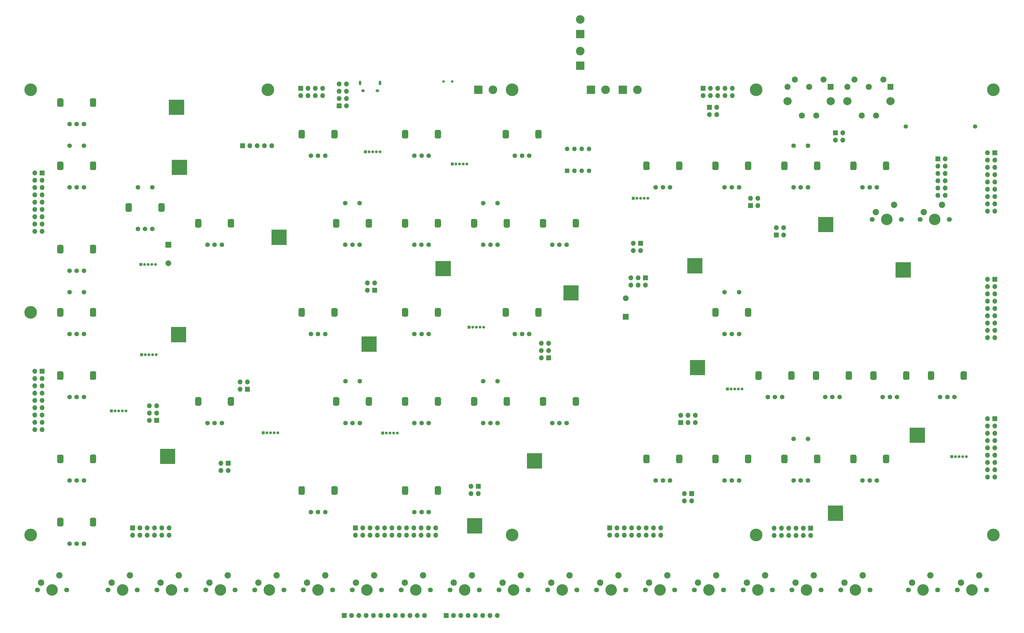
<source format=gbr>
%TF.GenerationSoftware,KiCad,Pcbnew,(5.1.9-0-10_14)*%
%TF.CreationDate,2021-03-15T08:17:51+11:00*%
%TF.ProjectId,Boom-1-Top,426f6f6d-2d31-42d5-946f-702e6b696361,rev?*%
%TF.SameCoordinates,Original*%
%TF.FileFunction,Soldermask,Bot*%
%TF.FilePolarity,Negative*%
%FSLAX46Y46*%
G04 Gerber Fmt 4.6, Leading zero omitted, Abs format (unit mm)*
G04 Created by KiCad (PCBNEW (5.1.9-0-10_14)) date 2021-03-15 08:17:51*
%MOMM*%
%LPD*%
G01*
G04 APERTURE LIST*
%ADD10C,0.100000*%
%ADD11C,1.449000*%
%ADD12C,1.600200*%
%ADD13O,1.600000X1.600000*%
%ADD14R,1.600000X1.600000*%
%ADD15O,1.700000X1.700000*%
%ADD16R,1.700000X1.700000*%
%ADD17C,0.900000*%
%ADD18C,1.700000*%
%ADD19C,4.000000*%
%ADD20C,2.200000*%
%ADD21C,4.400000*%
%ADD22C,3.000000*%
%ADD23R,3.000000X3.000000*%
%ADD24R,2.000000X2.000000*%
%ADD25C,2.000000*%
%ADD26O,1.000000X1.000000*%
%ADD27R,1.000000X1.000000*%
%ADD28C,1.500000*%
%ADD29O,1.250000X0.950000*%
%ADD30O,0.890000X1.550000*%
%ADD31C,2.100000*%
%ADD32R,2.100000X2.100000*%
%ADD33C,2.390000*%
G04 APERTURE END LIST*
D10*
G36*
X442700000Y-175000000D02*
G01*
X437500000Y-175000000D01*
X437500000Y-169800000D01*
X442700000Y-169800000D01*
X442700000Y-175000000D01*
G37*
X442700000Y-175000000D02*
X437500000Y-175000000D01*
X437500000Y-169800000D01*
X442700000Y-169800000D01*
X442700000Y-175000000D01*
G36*
X415750000Y-159200000D02*
G01*
X410550000Y-159200000D01*
X410550000Y-154000000D01*
X415750000Y-154000000D01*
X415750000Y-159200000D01*
G37*
X415750000Y-159200000D02*
X410550000Y-159200000D01*
X410550000Y-154000000D01*
X415750000Y-154000000D01*
X415750000Y-159200000D01*
G36*
X370200000Y-173550000D02*
G01*
X365000000Y-173550000D01*
X365000000Y-168350000D01*
X370200000Y-168350000D01*
X370200000Y-173550000D01*
G37*
X370200000Y-173550000D02*
X365000000Y-173550000D01*
X365000000Y-168350000D01*
X370200000Y-168350000D01*
X370200000Y-173550000D01*
G36*
X371100000Y-209000000D02*
G01*
X365900000Y-209000000D01*
X365900000Y-203800000D01*
X371100000Y-203800000D01*
X371100000Y-209000000D01*
G37*
X371100000Y-209000000D02*
X365900000Y-209000000D01*
X365900000Y-203800000D01*
X371100000Y-203800000D01*
X371100000Y-209000000D01*
G36*
X447600000Y-232500000D02*
G01*
X442400000Y-232500000D01*
X442400000Y-227300000D01*
X447600000Y-227300000D01*
X447600000Y-232500000D01*
G37*
X447600000Y-232500000D02*
X442400000Y-232500000D01*
X442400000Y-227300000D01*
X447600000Y-227300000D01*
X447600000Y-232500000D01*
G36*
X419100000Y-259650000D02*
G01*
X413900000Y-259650000D01*
X413900000Y-254450000D01*
X419100000Y-254450000D01*
X419100000Y-259650000D01*
G37*
X419100000Y-259650000D02*
X413900000Y-259650000D01*
X413900000Y-254450000D01*
X419100000Y-254450000D01*
X419100000Y-259650000D01*
G36*
X293550000Y-264050000D02*
G01*
X288350000Y-264050000D01*
X288350000Y-258850000D01*
X293550000Y-258850000D01*
X293550000Y-264050000D01*
G37*
X293550000Y-264050000D02*
X288350000Y-264050000D01*
X288350000Y-258850000D01*
X293550000Y-258850000D01*
X293550000Y-264050000D01*
G36*
X314400000Y-241450000D02*
G01*
X309200000Y-241450000D01*
X309200000Y-236250000D01*
X314400000Y-236250000D01*
X314400000Y-241450000D01*
G37*
X314400000Y-241450000D02*
X309200000Y-241450000D01*
X309200000Y-236250000D01*
X314400000Y-236250000D01*
X314400000Y-241450000D01*
G36*
X327100000Y-183000000D02*
G01*
X321900000Y-183000000D01*
X321900000Y-177800000D01*
X327100000Y-177800000D01*
X327100000Y-183000000D01*
G37*
X327100000Y-183000000D02*
X321900000Y-183000000D01*
X321900000Y-177800000D01*
X327100000Y-177800000D01*
X327100000Y-183000000D01*
G36*
X282600000Y-174500000D02*
G01*
X277400000Y-174500000D01*
X277400000Y-169300000D01*
X282600000Y-169300000D01*
X282600000Y-174500000D01*
G37*
X282600000Y-174500000D02*
X277400000Y-174500000D01*
X277400000Y-169300000D01*
X282600000Y-169300000D01*
X282600000Y-174500000D01*
G36*
X225500000Y-163650000D02*
G01*
X220300000Y-163650000D01*
X220300000Y-158450000D01*
X225500000Y-158450000D01*
X225500000Y-163650000D01*
G37*
X225500000Y-163650000D02*
X220300000Y-163650000D01*
X220300000Y-158450000D01*
X225500000Y-158450000D01*
X225500000Y-163650000D01*
G36*
X256800000Y-200800000D02*
G01*
X251600000Y-200800000D01*
X251600000Y-195600000D01*
X256800000Y-195600000D01*
X256800000Y-200800000D01*
G37*
X256800000Y-200800000D02*
X251600000Y-200800000D01*
X251600000Y-195600000D01*
X256800000Y-195600000D01*
X256800000Y-200800000D01*
G36*
X186700000Y-239900000D02*
G01*
X181500000Y-239900000D01*
X181500000Y-234700000D01*
X186700000Y-234700000D01*
X186700000Y-239900000D01*
G37*
X186700000Y-239900000D02*
X181500000Y-239900000D01*
X181500000Y-234700000D01*
X186700000Y-234700000D01*
X186700000Y-239900000D01*
G36*
X190500000Y-197500000D02*
G01*
X185300000Y-197500000D01*
X185300000Y-192300000D01*
X190500000Y-192300000D01*
X190500000Y-197500000D01*
G37*
X190500000Y-197500000D02*
X185300000Y-197500000D01*
X185300000Y-192300000D01*
X190500000Y-192300000D01*
X190500000Y-197500000D01*
G36*
X190800000Y-139300000D02*
G01*
X185600000Y-139300000D01*
X185600000Y-134100000D01*
X190800000Y-134100000D01*
X190800000Y-139300000D01*
G37*
X190800000Y-139300000D02*
X185600000Y-139300000D01*
X185600000Y-134100000D01*
X190800000Y-134100000D01*
X190800000Y-139300000D01*
G36*
X189800000Y-118400000D02*
G01*
X184600000Y-118400000D01*
X184600000Y-113200000D01*
X189800000Y-113200000D01*
X189800000Y-118400000D01*
G37*
X189800000Y-118400000D02*
X184600000Y-118400000D01*
X184600000Y-113200000D01*
X189800000Y-113200000D01*
X189800000Y-118400000D01*
D11*
%TO.C,J3*%
X436429500Y-113700000D02*
G75*
G03*
X436429500Y-113700000I-724500J0D01*
G01*
X421419500Y-113700000D02*
G75*
G03*
X421419500Y-113700000I-724500J0D01*
G01*
%TO.C,J2*%
X415629500Y-113700000D02*
G75*
G03*
X415629500Y-113700000I-724500J0D01*
G01*
X400619500Y-113700000D02*
G75*
G03*
X400619500Y-113700000I-724500J0D01*
G01*
%TD*%
%TO.C,SW2*%
G36*
G01*
X157100000Y-137150000D02*
X157100000Y-135250000D01*
G75*
G02*
X157650000Y-134700000I550000J0D01*
G01*
X158750000Y-134700000D01*
G75*
G02*
X159300000Y-135250000I0J-550000D01*
G01*
X159300000Y-137150000D01*
G75*
G02*
X158750000Y-137700000I-550000J0D01*
G01*
X157650000Y-137700000D01*
G75*
G02*
X157100000Y-137150000I0J550000D01*
G01*
G37*
G36*
G01*
X145700000Y-137150000D02*
X145700000Y-135250000D01*
G75*
G02*
X146250000Y-134700000I550000J0D01*
G01*
X147350000Y-134700000D01*
G75*
G02*
X147900000Y-135250000I0J-550000D01*
G01*
X147900000Y-137150000D01*
G75*
G02*
X147350000Y-137700000I-550000J0D01*
G01*
X146250000Y-137700000D01*
G75*
G02*
X145700000Y-137150000I0J550000D01*
G01*
G37*
D12*
X150000000Y-129200000D03*
X155000000Y-129200000D03*
X155000000Y-143700000D03*
X152500000Y-143700000D03*
X150000000Y-143700000D03*
%TD*%
%TO.C,SW1*%
G36*
G01*
X157100000Y-115140000D02*
X157100000Y-113240000D01*
G75*
G02*
X157650000Y-112690000I550000J0D01*
G01*
X158750000Y-112690000D01*
G75*
G02*
X159300000Y-113240000I0J-550000D01*
G01*
X159300000Y-115140000D01*
G75*
G02*
X158750000Y-115690000I-550000J0D01*
G01*
X157650000Y-115690000D01*
G75*
G02*
X157100000Y-115140000I0J550000D01*
G01*
G37*
G36*
G01*
X145700000Y-115150000D02*
X145700000Y-113250000D01*
G75*
G02*
X146250000Y-112700000I550000J0D01*
G01*
X147350000Y-112700000D01*
G75*
G02*
X147900000Y-113250000I0J-550000D01*
G01*
X147900000Y-115150000D01*
G75*
G02*
X147350000Y-115700000I-550000J0D01*
G01*
X146250000Y-115700000D01*
G75*
G02*
X145700000Y-115150000I0J550000D01*
G01*
G37*
X150000000Y-121700000D03*
X152500000Y-121700000D03*
X155000000Y-121700000D03*
%TD*%
D13*
%TO.C,U57*%
X323200000Y-130280000D03*
X330820000Y-137900000D03*
X325740000Y-130280000D03*
X328280000Y-137900000D03*
X328280000Y-130280000D03*
X325740000Y-137900000D03*
X330820000Y-130280000D03*
D14*
X323200000Y-137900000D03*
%TD*%
D15*
%TO.C,J53*%
X220360000Y-129200000D03*
X217820000Y-129200000D03*
X215280000Y-129200000D03*
X212740000Y-129200000D03*
D16*
X210200000Y-129200000D03*
%TD*%
D17*
%TO.C,SW63*%
X280200000Y-106870000D03*
X283200000Y-106870000D03*
%TD*%
D15*
%TO.C,J52*%
X454740000Y-146500000D03*
X452200000Y-146500000D03*
X454740000Y-143960000D03*
X452200000Y-143960000D03*
X454740000Y-141420000D03*
X452200000Y-141420000D03*
X454740000Y-138880000D03*
X452200000Y-138880000D03*
X454740000Y-136340000D03*
X452200000Y-136340000D03*
X454740000Y-133800000D03*
D16*
X452200000Y-133800000D03*
%TD*%
D15*
%TO.C,J51*%
X367780000Y-223060000D03*
X367780000Y-225600000D03*
X365240000Y-223060000D03*
X365240000Y-225600000D03*
X362700000Y-223060000D03*
D16*
X362700000Y-225600000D03*
%TD*%
D15*
%TO.C,J50*%
X345320000Y-177740000D03*
X345320000Y-175200000D03*
X347860000Y-177740000D03*
X347860000Y-175200000D03*
X350400000Y-177740000D03*
D16*
X350400000Y-175200000D03*
%TD*%
D15*
%TO.C,J49*%
X314160000Y-197920000D03*
X316700000Y-197920000D03*
X314160000Y-200460000D03*
X316700000Y-200460000D03*
X314160000Y-203000000D03*
D16*
X316700000Y-203000000D03*
%TD*%
D15*
%TO.C,J48*%
X419140000Y-127240000D03*
X416600000Y-127240000D03*
X419140000Y-124700000D03*
D16*
X416600000Y-124700000D03*
%TD*%
D15*
%TO.C,J47*%
X395200000Y-264840000D03*
X395200000Y-262300000D03*
X397740000Y-264840000D03*
X397740000Y-262300000D03*
X400280000Y-264840000D03*
X400280000Y-262300000D03*
X402820000Y-264840000D03*
X402820000Y-262300000D03*
X405360000Y-264840000D03*
X405360000Y-262300000D03*
X407900000Y-264840000D03*
D16*
X407900000Y-262300000D03*
%TD*%
D15*
%TO.C,J36*%
X177760000Y-219720000D03*
X180300000Y-219720000D03*
X177760000Y-222260000D03*
X180300000Y-222260000D03*
X177760000Y-224800000D03*
D16*
X180300000Y-224800000D03*
%TD*%
D15*
%TO.C,J25*%
X209360000Y-211460000D03*
X209360000Y-214000000D03*
X211900000Y-211460000D03*
D16*
X211900000Y-214000000D03*
%TD*%
D15*
%TO.C,J31*%
X253700000Y-176960000D03*
X253700000Y-179500000D03*
X256240000Y-176960000D03*
D16*
X256240000Y-179500000D03*
%TD*%
D18*
%TO.C,SW51*%
X258590000Y-283780000D03*
X248430000Y-283780000D03*
D19*
X253510000Y-283780000D03*
D20*
X249700000Y-281240000D03*
X256050000Y-278700000D03*
%TD*%
D15*
%TO.C,J35*%
X389540000Y-147460000D03*
X387000000Y-147460000D03*
X389540000Y-150000000D03*
D16*
X387000000Y-150000000D03*
%TD*%
D15*
%TO.C,J34*%
X398540000Y-157760000D03*
X396000000Y-157760000D03*
X398540000Y-160300000D03*
D16*
X396000000Y-160300000D03*
%TD*%
D15*
%TO.C,J33*%
X363960000Y-252840000D03*
X366500000Y-252840000D03*
X363960000Y-250300000D03*
D16*
X366500000Y-250300000D03*
%TD*%
D15*
%TO.C,J32*%
X346160000Y-165740000D03*
X348700000Y-165740000D03*
X346160000Y-163200000D03*
D16*
X348700000Y-163200000D03*
%TD*%
D15*
%TO.C,J30*%
X202660000Y-242240000D03*
X205200000Y-242240000D03*
X202660000Y-239700000D03*
D16*
X205200000Y-239700000D03*
%TD*%
D15*
%TO.C,J29*%
X289760000Y-250300000D03*
X292300000Y-250300000D03*
X289760000Y-247760000D03*
D16*
X292300000Y-247760000D03*
%TD*%
D15*
%TO.C,J28*%
X273540000Y-292700000D03*
X271000000Y-292700000D03*
X268460000Y-292700000D03*
X265920000Y-292700000D03*
X263380000Y-292700000D03*
X260840000Y-292700000D03*
X258300000Y-292700000D03*
X255760000Y-292700000D03*
X253220000Y-292700000D03*
X250680000Y-292700000D03*
X248140000Y-292700000D03*
D16*
X245600000Y-292700000D03*
%TD*%
D15*
%TO.C,J27*%
X298880000Y-292700000D03*
X296340000Y-292700000D03*
X293800000Y-292700000D03*
X291260000Y-292700000D03*
X288720000Y-292700000D03*
X286180000Y-292700000D03*
X283640000Y-292700000D03*
D16*
X281100000Y-292700000D03*
%TD*%
D15*
%TO.C,J26*%
X375240000Y-118340000D03*
X375240000Y-115800000D03*
X372700000Y-118340000D03*
D16*
X372700000Y-115800000D03*
%TD*%
D15*
%TO.C,J24*%
X246400000Y-107700000D03*
X243860000Y-107700000D03*
X246400000Y-110240000D03*
X243860000Y-110240000D03*
X246400000Y-112780000D03*
X243860000Y-112780000D03*
X246400000Y-115320000D03*
D16*
X243860000Y-115320000D03*
%TD*%
D18*
%TO.C,SW62*%
X456220000Y-154890000D03*
X446060000Y-154890000D03*
D19*
X451140000Y-154890000D03*
D20*
X447330000Y-152350000D03*
X453680000Y-149810000D03*
%TD*%
D18*
%TO.C,SW61*%
X439540000Y-154890000D03*
X429380000Y-154890000D03*
D19*
X434460000Y-154890000D03*
D20*
X430650000Y-152350000D03*
X437000000Y-149810000D03*
%TD*%
D18*
%TO.C,SW60*%
X469120000Y-283780000D03*
X458960000Y-283780000D03*
D19*
X464040000Y-283780000D03*
D20*
X460230000Y-281240000D03*
X466580000Y-278700000D03*
%TD*%
D18*
%TO.C,SW59*%
X149040000Y-283780000D03*
X138880000Y-283780000D03*
D19*
X143960000Y-283780000D03*
D20*
X140150000Y-281240000D03*
X146500000Y-278700000D03*
%TD*%
D18*
%TO.C,SW58*%
X452120000Y-283780000D03*
X441960000Y-283780000D03*
D19*
X447040000Y-283780000D03*
D20*
X443230000Y-281240000D03*
X449580000Y-278700000D03*
%TD*%
D18*
%TO.C,SW57*%
X428590000Y-283780000D03*
X418430000Y-283780000D03*
D19*
X423510000Y-283780000D03*
D20*
X419700000Y-281240000D03*
X426050000Y-278700000D03*
%TD*%
D18*
%TO.C,SW56*%
X292590000Y-283780000D03*
X282430000Y-283780000D03*
D19*
X287510000Y-283780000D03*
D20*
X283700000Y-281240000D03*
X290050000Y-278700000D03*
%TD*%
D18*
%TO.C,SW55*%
X411590000Y-283780000D03*
X401430000Y-283780000D03*
D19*
X406510000Y-283780000D03*
D20*
X402700000Y-281240000D03*
X409050000Y-278700000D03*
%TD*%
D18*
%TO.C,SW54*%
X275590000Y-283780000D03*
X265430000Y-283780000D03*
D19*
X270510000Y-283780000D03*
D20*
X266700000Y-281240000D03*
X273050000Y-278700000D03*
%TD*%
D18*
%TO.C,SW52*%
X394590000Y-283780000D03*
X384430000Y-283780000D03*
D19*
X389510000Y-283780000D03*
D20*
X385700000Y-281240000D03*
X392050000Y-278700000D03*
%TD*%
D18*
%TO.C,SW50*%
X377590000Y-283780000D03*
X367430000Y-283780000D03*
D19*
X372510000Y-283780000D03*
D20*
X368700000Y-281240000D03*
X375050000Y-278700000D03*
%TD*%
D18*
%TO.C,SW49*%
X241590000Y-283780000D03*
X231430000Y-283780000D03*
D19*
X236510000Y-283780000D03*
D20*
X232700000Y-281240000D03*
X239050000Y-278700000D03*
%TD*%
D18*
%TO.C,SW48*%
X360590000Y-283780000D03*
X350430000Y-283780000D03*
D19*
X355510000Y-283780000D03*
D20*
X351700000Y-281240000D03*
X358050000Y-278700000D03*
%TD*%
D18*
%TO.C,SW47*%
X224590000Y-283780000D03*
X214430000Y-283780000D03*
D19*
X219510000Y-283780000D03*
D20*
X215700000Y-281240000D03*
X222050000Y-278700000D03*
%TD*%
D18*
%TO.C,SW46*%
X343590000Y-283780000D03*
X333430000Y-283780000D03*
D19*
X338510000Y-283780000D03*
D20*
X334700000Y-281240000D03*
X341050000Y-278700000D03*
%TD*%
D18*
%TO.C,SW45*%
X207590000Y-283780000D03*
X197430000Y-283780000D03*
D19*
X202510000Y-283780000D03*
D20*
X198700000Y-281240000D03*
X205050000Y-278700000D03*
%TD*%
D18*
%TO.C,SW44*%
X326590000Y-283780000D03*
X316430000Y-283780000D03*
D19*
X321510000Y-283780000D03*
D20*
X317700000Y-281240000D03*
X324050000Y-278700000D03*
%TD*%
D18*
%TO.C,SW42*%
X190590000Y-283780000D03*
X180430000Y-283780000D03*
D19*
X185510000Y-283780000D03*
D20*
X181700000Y-281240000D03*
X188050000Y-278700000D03*
%TD*%
D18*
%TO.C,SW9*%
X309590000Y-283780000D03*
X299430000Y-283780000D03*
D19*
X304510000Y-283780000D03*
D20*
X300700000Y-281240000D03*
X307050000Y-278700000D03*
%TD*%
D18*
%TO.C,SW8*%
X173590000Y-283780000D03*
X163430000Y-283780000D03*
D19*
X168510000Y-283780000D03*
D20*
X164700000Y-281240000D03*
X171050000Y-278700000D03*
%TD*%
%TO.C,SW12*%
G36*
G01*
X241100000Y-126140000D02*
X241100000Y-124240000D01*
G75*
G02*
X241650000Y-123690000I550000J0D01*
G01*
X242750000Y-123690000D01*
G75*
G02*
X243300000Y-124240000I0J-550000D01*
G01*
X243300000Y-126140000D01*
G75*
G02*
X242750000Y-126690000I-550000J0D01*
G01*
X241650000Y-126690000D01*
G75*
G02*
X241100000Y-126140000I0J550000D01*
G01*
G37*
G36*
G01*
X229700000Y-126150000D02*
X229700000Y-124250000D01*
G75*
G02*
X230250000Y-123700000I550000J0D01*
G01*
X231350000Y-123700000D01*
G75*
G02*
X231900000Y-124250000I0J-550000D01*
G01*
X231900000Y-126150000D01*
G75*
G02*
X231350000Y-126700000I-550000J0D01*
G01*
X230250000Y-126700000D01*
G75*
G02*
X229700000Y-126150000I0J550000D01*
G01*
G37*
D12*
X234000000Y-132700000D03*
X236500000Y-132700000D03*
X239000000Y-132700000D03*
%TD*%
%TO.C,SW36*%
G36*
G01*
X409090000Y-137160000D02*
X409090000Y-135260000D01*
G75*
G02*
X409640000Y-134710000I550000J0D01*
G01*
X410740000Y-134710000D01*
G75*
G02*
X411290000Y-135260000I0J-550000D01*
G01*
X411290000Y-137160000D01*
G75*
G02*
X410740000Y-137710000I-550000J0D01*
G01*
X409640000Y-137710000D01*
G75*
G02*
X409090000Y-137160000I0J550000D01*
G01*
G37*
G36*
G01*
X397690000Y-137160000D02*
X397690000Y-135260000D01*
G75*
G02*
X398240000Y-134710000I550000J0D01*
G01*
X399340000Y-134710000D01*
G75*
G02*
X399890000Y-135260000I0J-550000D01*
G01*
X399890000Y-137160000D01*
G75*
G02*
X399340000Y-137710000I-550000J0D01*
G01*
X398240000Y-137710000D01*
G75*
G02*
X397690000Y-137160000I0J550000D01*
G01*
G37*
X401990000Y-129210000D03*
X406990000Y-129210000D03*
X406990000Y-143710000D03*
X404490000Y-143710000D03*
X401990000Y-143710000D03*
%TD*%
%TO.C,SW35*%
G36*
G01*
X409090000Y-239160000D02*
X409090000Y-237260000D01*
G75*
G02*
X409640000Y-236710000I550000J0D01*
G01*
X410740000Y-236710000D01*
G75*
G02*
X411290000Y-237260000I0J-550000D01*
G01*
X411290000Y-239160000D01*
G75*
G02*
X410740000Y-239710000I-550000J0D01*
G01*
X409640000Y-239710000D01*
G75*
G02*
X409090000Y-239160000I0J550000D01*
G01*
G37*
G36*
G01*
X397690000Y-239160000D02*
X397690000Y-237260000D01*
G75*
G02*
X398240000Y-236710000I550000J0D01*
G01*
X399340000Y-236710000D01*
G75*
G02*
X399890000Y-237260000I0J-550000D01*
G01*
X399890000Y-239160000D01*
G75*
G02*
X399340000Y-239710000I-550000J0D01*
G01*
X398240000Y-239710000D01*
G75*
G02*
X397690000Y-239160000I0J550000D01*
G01*
G37*
X401990000Y-231210000D03*
X406990000Y-231210000D03*
X406990000Y-245710000D03*
X404490000Y-245710000D03*
X401990000Y-245710000D03*
%TD*%
D21*
%TO.C,H12*%
X471500000Y-264700000D03*
%TD*%
%TO.C,H11*%
X389000000Y-264700000D03*
%TD*%
%TO.C,H10*%
X304000000Y-264700000D03*
%TD*%
%TO.C,H8*%
X136500000Y-264700000D03*
%TD*%
%TO.C,H6*%
X136500000Y-187200000D03*
%TD*%
%TO.C,H5*%
X471500000Y-109700000D03*
%TD*%
%TO.C,H4*%
X389000000Y-109700000D03*
%TD*%
%TO.C,H3*%
X304000000Y-109700000D03*
%TD*%
%TO.C,H2*%
X219000000Y-109700000D03*
%TD*%
%TO.C,H1*%
X136500000Y-109700000D03*
%TD*%
%TO.C,SW23*%
G36*
G01*
X301100000Y-219150000D02*
X301100000Y-217250000D01*
G75*
G02*
X301650000Y-216700000I550000J0D01*
G01*
X302750000Y-216700000D01*
G75*
G02*
X303300000Y-217250000I0J-550000D01*
G01*
X303300000Y-219150000D01*
G75*
G02*
X302750000Y-219700000I-550000J0D01*
G01*
X301650000Y-219700000D01*
G75*
G02*
X301100000Y-219150000I0J550000D01*
G01*
G37*
G36*
G01*
X289700000Y-219150000D02*
X289700000Y-217250000D01*
G75*
G02*
X290250000Y-216700000I550000J0D01*
G01*
X291350000Y-216700000D01*
G75*
G02*
X291900000Y-217250000I0J-550000D01*
G01*
X291900000Y-219150000D01*
G75*
G02*
X291350000Y-219700000I-550000J0D01*
G01*
X290250000Y-219700000D01*
G75*
G02*
X289700000Y-219150000I0J550000D01*
G01*
G37*
D12*
X294000000Y-211200000D03*
X299000000Y-211200000D03*
X299000000Y-225700000D03*
X296500000Y-225700000D03*
X294000000Y-225700000D03*
%TD*%
%TO.C,SW22*%
G36*
G01*
X301090000Y-157150000D02*
X301090000Y-155250000D01*
G75*
G02*
X301640000Y-154700000I550000J0D01*
G01*
X302740000Y-154700000D01*
G75*
G02*
X303290000Y-155250000I0J-550000D01*
G01*
X303290000Y-157150000D01*
G75*
G02*
X302740000Y-157700000I-550000J0D01*
G01*
X301640000Y-157700000D01*
G75*
G02*
X301090000Y-157150000I0J550000D01*
G01*
G37*
G36*
G01*
X289690000Y-157150000D02*
X289690000Y-155250000D01*
G75*
G02*
X290240000Y-154700000I550000J0D01*
G01*
X291340000Y-154700000D01*
G75*
G02*
X291890000Y-155250000I0J-550000D01*
G01*
X291890000Y-157150000D01*
G75*
G02*
X291340000Y-157700000I-550000J0D01*
G01*
X290240000Y-157700000D01*
G75*
G02*
X289690000Y-157150000I0J550000D01*
G01*
G37*
X293990000Y-149200000D03*
X298990000Y-149200000D03*
X298990000Y-163700000D03*
X296490000Y-163700000D03*
X293990000Y-163700000D03*
%TD*%
D22*
%TO.C,J22*%
X327750000Y-85245000D03*
D23*
X327750000Y-90325000D03*
%TD*%
%TO.C,J21*%
X327775000Y-101375000D03*
D22*
X327775000Y-96295000D03*
%TD*%
%TO.C,SW4*%
G36*
G01*
X157100000Y-188150000D02*
X157100000Y-186250000D01*
G75*
G02*
X157650000Y-185700000I550000J0D01*
G01*
X158750000Y-185700000D01*
G75*
G02*
X159300000Y-186250000I0J-550000D01*
G01*
X159300000Y-188150000D01*
G75*
G02*
X158750000Y-188700000I-550000J0D01*
G01*
X157650000Y-188700000D01*
G75*
G02*
X157100000Y-188150000I0J550000D01*
G01*
G37*
G36*
G01*
X145700000Y-188150000D02*
X145700000Y-186250000D01*
G75*
G02*
X146250000Y-185700000I550000J0D01*
G01*
X147350000Y-185700000D01*
G75*
G02*
X147900000Y-186250000I0J-550000D01*
G01*
X147900000Y-188150000D01*
G75*
G02*
X147350000Y-188700000I-550000J0D01*
G01*
X146250000Y-188700000D01*
G75*
G02*
X145700000Y-188150000I0J550000D01*
G01*
G37*
D12*
X150000000Y-180200000D03*
X155000000Y-180200000D03*
X155000000Y-194700000D03*
X152500000Y-194700000D03*
X150000000Y-194700000D03*
%TD*%
%TO.C,SW53*%
G36*
G01*
X180900000Y-151650000D02*
X180900000Y-149750000D01*
G75*
G02*
X181450000Y-149200000I550000J0D01*
G01*
X182550000Y-149200000D01*
G75*
G02*
X183100000Y-149750000I0J-550000D01*
G01*
X183100000Y-151650000D01*
G75*
G02*
X182550000Y-152200000I-550000J0D01*
G01*
X181450000Y-152200000D01*
G75*
G02*
X180900000Y-151650000I0J550000D01*
G01*
G37*
G36*
G01*
X169500000Y-151650000D02*
X169500000Y-149750000D01*
G75*
G02*
X170050000Y-149200000I550000J0D01*
G01*
X171150000Y-149200000D01*
G75*
G02*
X171700000Y-149750000I0J-550000D01*
G01*
X171700000Y-151650000D01*
G75*
G02*
X171150000Y-152200000I-550000J0D01*
G01*
X170050000Y-152200000D01*
G75*
G02*
X169500000Y-151650000I0J550000D01*
G01*
G37*
X173800000Y-143700000D03*
X178800000Y-143700000D03*
X178800000Y-158200000D03*
X176300000Y-158200000D03*
X173800000Y-158200000D03*
%TD*%
%TO.C,SW28*%
G36*
G01*
X385090000Y-188160000D02*
X385090000Y-186260000D01*
G75*
G02*
X385640000Y-185710000I550000J0D01*
G01*
X386740000Y-185710000D01*
G75*
G02*
X387290000Y-186260000I0J-550000D01*
G01*
X387290000Y-188160000D01*
G75*
G02*
X386740000Y-188710000I-550000J0D01*
G01*
X385640000Y-188710000D01*
G75*
G02*
X385090000Y-188160000I0J550000D01*
G01*
G37*
G36*
G01*
X373690000Y-188160000D02*
X373690000Y-186260000D01*
G75*
G02*
X374240000Y-185710000I550000J0D01*
G01*
X375340000Y-185710000D01*
G75*
G02*
X375890000Y-186260000I0J-550000D01*
G01*
X375890000Y-188160000D01*
G75*
G02*
X375340000Y-188710000I-550000J0D01*
G01*
X374240000Y-188710000D01*
G75*
G02*
X373690000Y-188160000I0J550000D01*
G01*
G37*
X377990000Y-180210000D03*
X382990000Y-180210000D03*
X382990000Y-194710000D03*
X380490000Y-194710000D03*
X377990000Y-194710000D03*
%TD*%
%TO.C,SW16*%
G36*
G01*
X253100000Y-219150000D02*
X253100000Y-217250000D01*
G75*
G02*
X253650000Y-216700000I550000J0D01*
G01*
X254750000Y-216700000D01*
G75*
G02*
X255300000Y-217250000I0J-550000D01*
G01*
X255300000Y-219150000D01*
G75*
G02*
X254750000Y-219700000I-550000J0D01*
G01*
X253650000Y-219700000D01*
G75*
G02*
X253100000Y-219150000I0J550000D01*
G01*
G37*
G36*
G01*
X241700000Y-219150000D02*
X241700000Y-217250000D01*
G75*
G02*
X242250000Y-216700000I550000J0D01*
G01*
X243350000Y-216700000D01*
G75*
G02*
X243900000Y-217250000I0J-550000D01*
G01*
X243900000Y-219150000D01*
G75*
G02*
X243350000Y-219700000I-550000J0D01*
G01*
X242250000Y-219700000D01*
G75*
G02*
X241700000Y-219150000I0J550000D01*
G01*
G37*
X246000000Y-211200000D03*
X251000000Y-211200000D03*
X251000000Y-225700000D03*
X248500000Y-225700000D03*
X246000000Y-225700000D03*
%TD*%
%TO.C,SW15*%
G36*
G01*
X253090000Y-157150000D02*
X253090000Y-155250000D01*
G75*
G02*
X253640000Y-154700000I550000J0D01*
G01*
X254740000Y-154700000D01*
G75*
G02*
X255290000Y-155250000I0J-550000D01*
G01*
X255290000Y-157150000D01*
G75*
G02*
X254740000Y-157700000I-550000J0D01*
G01*
X253640000Y-157700000D01*
G75*
G02*
X253090000Y-157150000I0J550000D01*
G01*
G37*
G36*
G01*
X241690000Y-157150000D02*
X241690000Y-155250000D01*
G75*
G02*
X242240000Y-154700000I550000J0D01*
G01*
X243340000Y-154700000D01*
G75*
G02*
X243890000Y-155250000I0J-550000D01*
G01*
X243890000Y-157150000D01*
G75*
G02*
X243340000Y-157700000I-550000J0D01*
G01*
X242240000Y-157700000D01*
G75*
G02*
X241690000Y-157150000I0J550000D01*
G01*
G37*
X245990000Y-149200000D03*
X250990000Y-149200000D03*
X250990000Y-163700000D03*
X248490000Y-163700000D03*
X245990000Y-163700000D03*
%TD*%
%TO.C,SW40*%
G36*
G01*
X433090000Y-137150000D02*
X433090000Y-135250000D01*
G75*
G02*
X433640000Y-134700000I550000J0D01*
G01*
X434740000Y-134700000D01*
G75*
G02*
X435290000Y-135250000I0J-550000D01*
G01*
X435290000Y-137150000D01*
G75*
G02*
X434740000Y-137700000I-550000J0D01*
G01*
X433640000Y-137700000D01*
G75*
G02*
X433090000Y-137150000I0J550000D01*
G01*
G37*
G36*
G01*
X421690000Y-137160000D02*
X421690000Y-135260000D01*
G75*
G02*
X422240000Y-134710000I550000J0D01*
G01*
X423340000Y-134710000D01*
G75*
G02*
X423890000Y-135260000I0J-550000D01*
G01*
X423890000Y-137160000D01*
G75*
G02*
X423340000Y-137710000I-550000J0D01*
G01*
X422240000Y-137710000D01*
G75*
G02*
X421690000Y-137160000I0J550000D01*
G01*
G37*
X425990000Y-143710000D03*
X428490000Y-143710000D03*
X430990000Y-143710000D03*
%TD*%
%TO.C,SW39*%
G36*
G01*
X433090000Y-239150000D02*
X433090000Y-237250000D01*
G75*
G02*
X433640000Y-236700000I550000J0D01*
G01*
X434740000Y-236700000D01*
G75*
G02*
X435290000Y-237250000I0J-550000D01*
G01*
X435290000Y-239150000D01*
G75*
G02*
X434740000Y-239700000I-550000J0D01*
G01*
X433640000Y-239700000D01*
G75*
G02*
X433090000Y-239150000I0J550000D01*
G01*
G37*
G36*
G01*
X421690000Y-239160000D02*
X421690000Y-237260000D01*
G75*
G02*
X422240000Y-236710000I550000J0D01*
G01*
X423340000Y-236710000D01*
G75*
G02*
X423890000Y-237260000I0J-550000D01*
G01*
X423890000Y-239160000D01*
G75*
G02*
X423340000Y-239710000I-550000J0D01*
G01*
X422240000Y-239710000D01*
G75*
G02*
X421690000Y-239160000I0J550000D01*
G01*
G37*
X425990000Y-245710000D03*
X428490000Y-245710000D03*
X430990000Y-245710000D03*
%TD*%
%TO.C,SW38*%
G36*
G01*
X460100000Y-210150000D02*
X460100000Y-208250000D01*
G75*
G02*
X460650000Y-207700000I550000J0D01*
G01*
X461750000Y-207700000D01*
G75*
G02*
X462300000Y-208250000I0J-550000D01*
G01*
X462300000Y-210150000D01*
G75*
G02*
X461750000Y-210700000I-550000J0D01*
G01*
X460650000Y-210700000D01*
G75*
G02*
X460100000Y-210150000I0J550000D01*
G01*
G37*
G36*
G01*
X448700000Y-210160000D02*
X448700000Y-208260000D01*
G75*
G02*
X449250000Y-207710000I550000J0D01*
G01*
X450350000Y-207710000D01*
G75*
G02*
X450900000Y-208260000I0J-550000D01*
G01*
X450900000Y-210160000D01*
G75*
G02*
X450350000Y-210710000I-550000J0D01*
G01*
X449250000Y-210710000D01*
G75*
G02*
X448700000Y-210160000I0J550000D01*
G01*
G37*
X453000000Y-216710000D03*
X455500000Y-216710000D03*
X458000000Y-216710000D03*
%TD*%
%TO.C,SW37*%
G36*
G01*
X440095000Y-210150000D02*
X440095000Y-208250000D01*
G75*
G02*
X440645000Y-207700000I550000J0D01*
G01*
X441745000Y-207700000D01*
G75*
G02*
X442295000Y-208250000I0J-550000D01*
G01*
X442295000Y-210150000D01*
G75*
G02*
X441745000Y-210700000I-550000J0D01*
G01*
X440645000Y-210700000D01*
G75*
G02*
X440095000Y-210150000I0J550000D01*
G01*
G37*
G36*
G01*
X428695000Y-210160000D02*
X428695000Y-208260000D01*
G75*
G02*
X429245000Y-207710000I550000J0D01*
G01*
X430345000Y-207710000D01*
G75*
G02*
X430895000Y-208260000I0J-550000D01*
G01*
X430895000Y-210160000D01*
G75*
G02*
X430345000Y-210710000I-550000J0D01*
G01*
X429245000Y-210710000D01*
G75*
G02*
X428695000Y-210160000I0J550000D01*
G01*
G37*
X432995000Y-216710000D03*
X435495000Y-216710000D03*
X437995000Y-216710000D03*
%TD*%
%TO.C,SW34*%
G36*
G01*
X420095000Y-210150000D02*
X420095000Y-208250000D01*
G75*
G02*
X420645000Y-207700000I550000J0D01*
G01*
X421745000Y-207700000D01*
G75*
G02*
X422295000Y-208250000I0J-550000D01*
G01*
X422295000Y-210150000D01*
G75*
G02*
X421745000Y-210700000I-550000J0D01*
G01*
X420645000Y-210700000D01*
G75*
G02*
X420095000Y-210150000I0J550000D01*
G01*
G37*
G36*
G01*
X408695000Y-210160000D02*
X408695000Y-208260000D01*
G75*
G02*
X409245000Y-207710000I550000J0D01*
G01*
X410345000Y-207710000D01*
G75*
G02*
X410895000Y-208260000I0J-550000D01*
G01*
X410895000Y-210160000D01*
G75*
G02*
X410345000Y-210710000I-550000J0D01*
G01*
X409245000Y-210710000D01*
G75*
G02*
X408695000Y-210160000I0J550000D01*
G01*
G37*
X412995000Y-216710000D03*
X415495000Y-216710000D03*
X417995000Y-216710000D03*
%TD*%
%TO.C,SW33*%
G36*
G01*
X385090000Y-137150000D02*
X385090000Y-135250000D01*
G75*
G02*
X385640000Y-134700000I550000J0D01*
G01*
X386740000Y-134700000D01*
G75*
G02*
X387290000Y-135250000I0J-550000D01*
G01*
X387290000Y-137150000D01*
G75*
G02*
X386740000Y-137700000I-550000J0D01*
G01*
X385640000Y-137700000D01*
G75*
G02*
X385090000Y-137150000I0J550000D01*
G01*
G37*
G36*
G01*
X373690000Y-137160000D02*
X373690000Y-135260000D01*
G75*
G02*
X374240000Y-134710000I550000J0D01*
G01*
X375340000Y-134710000D01*
G75*
G02*
X375890000Y-135260000I0J-550000D01*
G01*
X375890000Y-137160000D01*
G75*
G02*
X375340000Y-137710000I-550000J0D01*
G01*
X374240000Y-137710000D01*
G75*
G02*
X373690000Y-137160000I0J550000D01*
G01*
G37*
X377990000Y-143710000D03*
X380490000Y-143710000D03*
X382990000Y-143710000D03*
%TD*%
%TO.C,SW32*%
G36*
G01*
X385090000Y-239150000D02*
X385090000Y-237250000D01*
G75*
G02*
X385640000Y-236700000I550000J0D01*
G01*
X386740000Y-236700000D01*
G75*
G02*
X387290000Y-237250000I0J-550000D01*
G01*
X387290000Y-239150000D01*
G75*
G02*
X386740000Y-239700000I-550000J0D01*
G01*
X385640000Y-239700000D01*
G75*
G02*
X385090000Y-239150000I0J550000D01*
G01*
G37*
G36*
G01*
X373690000Y-239160000D02*
X373690000Y-237260000D01*
G75*
G02*
X374240000Y-236710000I550000J0D01*
G01*
X375340000Y-236710000D01*
G75*
G02*
X375890000Y-237260000I0J-550000D01*
G01*
X375890000Y-239160000D01*
G75*
G02*
X375340000Y-239710000I-550000J0D01*
G01*
X374240000Y-239710000D01*
G75*
G02*
X373690000Y-239160000I0J550000D01*
G01*
G37*
X377990000Y-245710000D03*
X380490000Y-245710000D03*
X382990000Y-245710000D03*
%TD*%
%TO.C,SW31*%
G36*
G01*
X400095000Y-210150000D02*
X400095000Y-208250000D01*
G75*
G02*
X400645000Y-207700000I550000J0D01*
G01*
X401745000Y-207700000D01*
G75*
G02*
X402295000Y-208250000I0J-550000D01*
G01*
X402295000Y-210150000D01*
G75*
G02*
X401745000Y-210700000I-550000J0D01*
G01*
X400645000Y-210700000D01*
G75*
G02*
X400095000Y-210150000I0J550000D01*
G01*
G37*
G36*
G01*
X388695000Y-210160000D02*
X388695000Y-208260000D01*
G75*
G02*
X389245000Y-207710000I550000J0D01*
G01*
X390345000Y-207710000D01*
G75*
G02*
X390895000Y-208260000I0J-550000D01*
G01*
X390895000Y-210160000D01*
G75*
G02*
X390345000Y-210710000I-550000J0D01*
G01*
X389245000Y-210710000D01*
G75*
G02*
X388695000Y-210160000I0J550000D01*
G01*
G37*
X392995000Y-216710000D03*
X395495000Y-216710000D03*
X397995000Y-216710000D03*
%TD*%
%TO.C,SW30*%
G36*
G01*
X361090000Y-137150000D02*
X361090000Y-135250000D01*
G75*
G02*
X361640000Y-134700000I550000J0D01*
G01*
X362740000Y-134700000D01*
G75*
G02*
X363290000Y-135250000I0J-550000D01*
G01*
X363290000Y-137150000D01*
G75*
G02*
X362740000Y-137700000I-550000J0D01*
G01*
X361640000Y-137700000D01*
G75*
G02*
X361090000Y-137150000I0J550000D01*
G01*
G37*
G36*
G01*
X349690000Y-137160000D02*
X349690000Y-135260000D01*
G75*
G02*
X350240000Y-134710000I550000J0D01*
G01*
X351340000Y-134710000D01*
G75*
G02*
X351890000Y-135260000I0J-550000D01*
G01*
X351890000Y-137160000D01*
G75*
G02*
X351340000Y-137710000I-550000J0D01*
G01*
X350240000Y-137710000D01*
G75*
G02*
X349690000Y-137160000I0J550000D01*
G01*
G37*
X353990000Y-143710000D03*
X356490000Y-143710000D03*
X358990000Y-143710000D03*
%TD*%
%TO.C,SW29*%
G36*
G01*
X361090000Y-239150000D02*
X361090000Y-237250000D01*
G75*
G02*
X361640000Y-236700000I550000J0D01*
G01*
X362740000Y-236700000D01*
G75*
G02*
X363290000Y-237250000I0J-550000D01*
G01*
X363290000Y-239150000D01*
G75*
G02*
X362740000Y-239700000I-550000J0D01*
G01*
X361640000Y-239700000D01*
G75*
G02*
X361090000Y-239150000I0J550000D01*
G01*
G37*
G36*
G01*
X349690000Y-239160000D02*
X349690000Y-237260000D01*
G75*
G02*
X350240000Y-236710000I550000J0D01*
G01*
X351340000Y-236710000D01*
G75*
G02*
X351890000Y-237260000I0J-550000D01*
G01*
X351890000Y-239160000D01*
G75*
G02*
X351340000Y-239710000I-550000J0D01*
G01*
X350240000Y-239710000D01*
G75*
G02*
X349690000Y-239160000I0J550000D01*
G01*
G37*
X353990000Y-245710000D03*
X356490000Y-245710000D03*
X358990000Y-245710000D03*
%TD*%
%TO.C,SW27*%
G36*
G01*
X325100000Y-219140000D02*
X325100000Y-217240000D01*
G75*
G02*
X325650000Y-216690000I550000J0D01*
G01*
X326750000Y-216690000D01*
G75*
G02*
X327300000Y-217240000I0J-550000D01*
G01*
X327300000Y-219140000D01*
G75*
G02*
X326750000Y-219690000I-550000J0D01*
G01*
X325650000Y-219690000D01*
G75*
G02*
X325100000Y-219140000I0J550000D01*
G01*
G37*
G36*
G01*
X313700000Y-219150000D02*
X313700000Y-217250000D01*
G75*
G02*
X314250000Y-216700000I550000J0D01*
G01*
X315350000Y-216700000D01*
G75*
G02*
X315900000Y-217250000I0J-550000D01*
G01*
X315900000Y-219150000D01*
G75*
G02*
X315350000Y-219700000I-550000J0D01*
G01*
X314250000Y-219700000D01*
G75*
G02*
X313700000Y-219150000I0J550000D01*
G01*
G37*
X318000000Y-225700000D03*
X320500000Y-225700000D03*
X323000000Y-225700000D03*
%TD*%
%TO.C,SW26*%
G36*
G01*
X325090000Y-157140000D02*
X325090000Y-155240000D01*
G75*
G02*
X325640000Y-154690000I550000J0D01*
G01*
X326740000Y-154690000D01*
G75*
G02*
X327290000Y-155240000I0J-550000D01*
G01*
X327290000Y-157140000D01*
G75*
G02*
X326740000Y-157690000I-550000J0D01*
G01*
X325640000Y-157690000D01*
G75*
G02*
X325090000Y-157140000I0J550000D01*
G01*
G37*
G36*
G01*
X313690000Y-157150000D02*
X313690000Y-155250000D01*
G75*
G02*
X314240000Y-154700000I550000J0D01*
G01*
X315340000Y-154700000D01*
G75*
G02*
X315890000Y-155250000I0J-550000D01*
G01*
X315890000Y-157150000D01*
G75*
G02*
X315340000Y-157700000I-550000J0D01*
G01*
X314240000Y-157700000D01*
G75*
G02*
X313690000Y-157150000I0J550000D01*
G01*
G37*
X317990000Y-163700000D03*
X320490000Y-163700000D03*
X322990000Y-163700000D03*
%TD*%
%TO.C,SW25*%
G36*
G01*
X312100000Y-188140000D02*
X312100000Y-186240000D01*
G75*
G02*
X312650000Y-185690000I550000J0D01*
G01*
X313750000Y-185690000D01*
G75*
G02*
X314300000Y-186240000I0J-550000D01*
G01*
X314300000Y-188140000D01*
G75*
G02*
X313750000Y-188690000I-550000J0D01*
G01*
X312650000Y-188690000D01*
G75*
G02*
X312100000Y-188140000I0J550000D01*
G01*
G37*
G36*
G01*
X300700000Y-188150000D02*
X300700000Y-186250000D01*
G75*
G02*
X301250000Y-185700000I550000J0D01*
G01*
X302350000Y-185700000D01*
G75*
G02*
X302900000Y-186250000I0J-550000D01*
G01*
X302900000Y-188150000D01*
G75*
G02*
X302350000Y-188700000I-550000J0D01*
G01*
X301250000Y-188700000D01*
G75*
G02*
X300700000Y-188150000I0J550000D01*
G01*
G37*
X305000000Y-194700000D03*
X307500000Y-194700000D03*
X310000000Y-194700000D03*
%TD*%
%TO.C,SW24*%
G36*
G01*
X312100000Y-126140000D02*
X312100000Y-124240000D01*
G75*
G02*
X312650000Y-123690000I550000J0D01*
G01*
X313750000Y-123690000D01*
G75*
G02*
X314300000Y-124240000I0J-550000D01*
G01*
X314300000Y-126140000D01*
G75*
G02*
X313750000Y-126690000I-550000J0D01*
G01*
X312650000Y-126690000D01*
G75*
G02*
X312100000Y-126140000I0J550000D01*
G01*
G37*
G36*
G01*
X300700000Y-126150000D02*
X300700000Y-124250000D01*
G75*
G02*
X301250000Y-123700000I550000J0D01*
G01*
X302350000Y-123700000D01*
G75*
G02*
X302900000Y-124250000I0J-550000D01*
G01*
X302900000Y-126150000D01*
G75*
G02*
X302350000Y-126700000I-550000J0D01*
G01*
X301250000Y-126700000D01*
G75*
G02*
X300700000Y-126150000I0J550000D01*
G01*
G37*
X305000000Y-132700000D03*
X307500000Y-132700000D03*
X310000000Y-132700000D03*
%TD*%
%TO.C,SW21*%
G36*
G01*
X277100000Y-219140000D02*
X277100000Y-217240000D01*
G75*
G02*
X277650000Y-216690000I550000J0D01*
G01*
X278750000Y-216690000D01*
G75*
G02*
X279300000Y-217240000I0J-550000D01*
G01*
X279300000Y-219140000D01*
G75*
G02*
X278750000Y-219690000I-550000J0D01*
G01*
X277650000Y-219690000D01*
G75*
G02*
X277100000Y-219140000I0J550000D01*
G01*
G37*
G36*
G01*
X265700000Y-219150000D02*
X265700000Y-217250000D01*
G75*
G02*
X266250000Y-216700000I550000J0D01*
G01*
X267350000Y-216700000D01*
G75*
G02*
X267900000Y-217250000I0J-550000D01*
G01*
X267900000Y-219150000D01*
G75*
G02*
X267350000Y-219700000I-550000J0D01*
G01*
X266250000Y-219700000D01*
G75*
G02*
X265700000Y-219150000I0J550000D01*
G01*
G37*
X270000000Y-225700000D03*
X272500000Y-225700000D03*
X275000000Y-225700000D03*
%TD*%
%TO.C,SW20*%
G36*
G01*
X277090000Y-157140000D02*
X277090000Y-155240000D01*
G75*
G02*
X277640000Y-154690000I550000J0D01*
G01*
X278740000Y-154690000D01*
G75*
G02*
X279290000Y-155240000I0J-550000D01*
G01*
X279290000Y-157140000D01*
G75*
G02*
X278740000Y-157690000I-550000J0D01*
G01*
X277640000Y-157690000D01*
G75*
G02*
X277090000Y-157140000I0J550000D01*
G01*
G37*
G36*
G01*
X265690000Y-157150000D02*
X265690000Y-155250000D01*
G75*
G02*
X266240000Y-154700000I550000J0D01*
G01*
X267340000Y-154700000D01*
G75*
G02*
X267890000Y-155250000I0J-550000D01*
G01*
X267890000Y-157150000D01*
G75*
G02*
X267340000Y-157700000I-550000J0D01*
G01*
X266240000Y-157700000D01*
G75*
G02*
X265690000Y-157150000I0J550000D01*
G01*
G37*
X269990000Y-163700000D03*
X272490000Y-163700000D03*
X274990000Y-163700000D03*
%TD*%
%TO.C,SW19*%
G36*
G01*
X277100000Y-250140000D02*
X277100000Y-248240000D01*
G75*
G02*
X277650000Y-247690000I550000J0D01*
G01*
X278750000Y-247690000D01*
G75*
G02*
X279300000Y-248240000I0J-550000D01*
G01*
X279300000Y-250140000D01*
G75*
G02*
X278750000Y-250690000I-550000J0D01*
G01*
X277650000Y-250690000D01*
G75*
G02*
X277100000Y-250140000I0J550000D01*
G01*
G37*
G36*
G01*
X265700000Y-250150000D02*
X265700000Y-248250000D01*
G75*
G02*
X266250000Y-247700000I550000J0D01*
G01*
X267350000Y-247700000D01*
G75*
G02*
X267900000Y-248250000I0J-550000D01*
G01*
X267900000Y-250150000D01*
G75*
G02*
X267350000Y-250700000I-550000J0D01*
G01*
X266250000Y-250700000D01*
G75*
G02*
X265700000Y-250150000I0J550000D01*
G01*
G37*
X270000000Y-256700000D03*
X272500000Y-256700000D03*
X275000000Y-256700000D03*
%TD*%
%TO.C,SW18*%
G36*
G01*
X277100000Y-188140000D02*
X277100000Y-186240000D01*
G75*
G02*
X277650000Y-185690000I550000J0D01*
G01*
X278750000Y-185690000D01*
G75*
G02*
X279300000Y-186240000I0J-550000D01*
G01*
X279300000Y-188140000D01*
G75*
G02*
X278750000Y-188690000I-550000J0D01*
G01*
X277650000Y-188690000D01*
G75*
G02*
X277100000Y-188140000I0J550000D01*
G01*
G37*
G36*
G01*
X265700000Y-188150000D02*
X265700000Y-186250000D01*
G75*
G02*
X266250000Y-185700000I550000J0D01*
G01*
X267350000Y-185700000D01*
G75*
G02*
X267900000Y-186250000I0J-550000D01*
G01*
X267900000Y-188150000D01*
G75*
G02*
X267350000Y-188700000I-550000J0D01*
G01*
X266250000Y-188700000D01*
G75*
G02*
X265700000Y-188150000I0J550000D01*
G01*
G37*
X270000000Y-194700000D03*
X272500000Y-194700000D03*
X275000000Y-194700000D03*
%TD*%
%TO.C,SW17*%
X275000000Y-132700000D03*
X272500000Y-132700000D03*
X270000000Y-132700000D03*
G36*
G01*
X265700000Y-126150000D02*
X265700000Y-124250000D01*
G75*
G02*
X266250000Y-123700000I550000J0D01*
G01*
X267350000Y-123700000D01*
G75*
G02*
X267900000Y-124250000I0J-550000D01*
G01*
X267900000Y-126150000D01*
G75*
G02*
X267350000Y-126700000I-550000J0D01*
G01*
X266250000Y-126700000D01*
G75*
G02*
X265700000Y-126150000I0J550000D01*
G01*
G37*
G36*
G01*
X277100000Y-126140000D02*
X277100000Y-124240000D01*
G75*
G02*
X277650000Y-123690000I550000J0D01*
G01*
X278750000Y-123690000D01*
G75*
G02*
X279300000Y-124240000I0J-550000D01*
G01*
X279300000Y-126140000D01*
G75*
G02*
X278750000Y-126690000I-550000J0D01*
G01*
X277650000Y-126690000D01*
G75*
G02*
X277100000Y-126140000I0J550000D01*
G01*
G37*
%TD*%
%TO.C,SW14*%
G36*
G01*
X241100000Y-250140000D02*
X241100000Y-248240000D01*
G75*
G02*
X241650000Y-247690000I550000J0D01*
G01*
X242750000Y-247690000D01*
G75*
G02*
X243300000Y-248240000I0J-550000D01*
G01*
X243300000Y-250140000D01*
G75*
G02*
X242750000Y-250690000I-550000J0D01*
G01*
X241650000Y-250690000D01*
G75*
G02*
X241100000Y-250140000I0J550000D01*
G01*
G37*
G36*
G01*
X229700000Y-250150000D02*
X229700000Y-248250000D01*
G75*
G02*
X230250000Y-247700000I550000J0D01*
G01*
X231350000Y-247700000D01*
G75*
G02*
X231900000Y-248250000I0J-550000D01*
G01*
X231900000Y-250150000D01*
G75*
G02*
X231350000Y-250700000I-550000J0D01*
G01*
X230250000Y-250700000D01*
G75*
G02*
X229700000Y-250150000I0J550000D01*
G01*
G37*
X234000000Y-256700000D03*
X236500000Y-256700000D03*
X239000000Y-256700000D03*
%TD*%
%TO.C,SW13*%
G36*
G01*
X241100000Y-188140000D02*
X241100000Y-186240000D01*
G75*
G02*
X241650000Y-185690000I550000J0D01*
G01*
X242750000Y-185690000D01*
G75*
G02*
X243300000Y-186240000I0J-550000D01*
G01*
X243300000Y-188140000D01*
G75*
G02*
X242750000Y-188690000I-550000J0D01*
G01*
X241650000Y-188690000D01*
G75*
G02*
X241100000Y-188140000I0J550000D01*
G01*
G37*
G36*
G01*
X229700000Y-188150000D02*
X229700000Y-186250000D01*
G75*
G02*
X230250000Y-185700000I550000J0D01*
G01*
X231350000Y-185700000D01*
G75*
G02*
X231900000Y-186250000I0J-550000D01*
G01*
X231900000Y-188150000D01*
G75*
G02*
X231350000Y-188700000I-550000J0D01*
G01*
X230250000Y-188700000D01*
G75*
G02*
X229700000Y-188150000I0J550000D01*
G01*
G37*
X234000000Y-194700000D03*
X236500000Y-194700000D03*
X239000000Y-194700000D03*
%TD*%
%TO.C,SW11*%
G36*
G01*
X205100000Y-157140000D02*
X205100000Y-155240000D01*
G75*
G02*
X205650000Y-154690000I550000J0D01*
G01*
X206750000Y-154690000D01*
G75*
G02*
X207300000Y-155240000I0J-550000D01*
G01*
X207300000Y-157140000D01*
G75*
G02*
X206750000Y-157690000I-550000J0D01*
G01*
X205650000Y-157690000D01*
G75*
G02*
X205100000Y-157140000I0J550000D01*
G01*
G37*
G36*
G01*
X193700000Y-157150000D02*
X193700000Y-155250000D01*
G75*
G02*
X194250000Y-154700000I550000J0D01*
G01*
X195350000Y-154700000D01*
G75*
G02*
X195900000Y-155250000I0J-550000D01*
G01*
X195900000Y-157150000D01*
G75*
G02*
X195350000Y-157700000I-550000J0D01*
G01*
X194250000Y-157700000D01*
G75*
G02*
X193700000Y-157150000I0J550000D01*
G01*
G37*
X198000000Y-163700000D03*
X200500000Y-163700000D03*
X203000000Y-163700000D03*
%TD*%
%TO.C,SW10*%
G36*
G01*
X205100000Y-219140000D02*
X205100000Y-217240000D01*
G75*
G02*
X205650000Y-216690000I550000J0D01*
G01*
X206750000Y-216690000D01*
G75*
G02*
X207300000Y-217240000I0J-550000D01*
G01*
X207300000Y-219140000D01*
G75*
G02*
X206750000Y-219690000I-550000J0D01*
G01*
X205650000Y-219690000D01*
G75*
G02*
X205100000Y-219140000I0J550000D01*
G01*
G37*
G36*
G01*
X193700000Y-219150000D02*
X193700000Y-217250000D01*
G75*
G02*
X194250000Y-216700000I550000J0D01*
G01*
X195350000Y-216700000D01*
G75*
G02*
X195900000Y-217250000I0J-550000D01*
G01*
X195900000Y-219150000D01*
G75*
G02*
X195350000Y-219700000I-550000J0D01*
G01*
X194250000Y-219700000D01*
G75*
G02*
X193700000Y-219150000I0J550000D01*
G01*
G37*
X198000000Y-225700000D03*
X200500000Y-225700000D03*
X203000000Y-225700000D03*
%TD*%
%TO.C,SW7*%
G36*
G01*
X157100000Y-261140000D02*
X157100000Y-259240000D01*
G75*
G02*
X157650000Y-258690000I550000J0D01*
G01*
X158750000Y-258690000D01*
G75*
G02*
X159300000Y-259240000I0J-550000D01*
G01*
X159300000Y-261140000D01*
G75*
G02*
X158750000Y-261690000I-550000J0D01*
G01*
X157650000Y-261690000D01*
G75*
G02*
X157100000Y-261140000I0J550000D01*
G01*
G37*
G36*
G01*
X145700000Y-261150000D02*
X145700000Y-259250000D01*
G75*
G02*
X146250000Y-258700000I550000J0D01*
G01*
X147350000Y-258700000D01*
G75*
G02*
X147900000Y-259250000I0J-550000D01*
G01*
X147900000Y-261150000D01*
G75*
G02*
X147350000Y-261700000I-550000J0D01*
G01*
X146250000Y-261700000D01*
G75*
G02*
X145700000Y-261150000I0J550000D01*
G01*
G37*
X150000000Y-267700000D03*
X152500000Y-267700000D03*
X155000000Y-267700000D03*
%TD*%
%TO.C,SW6*%
G36*
G01*
X157100000Y-239140000D02*
X157100000Y-237240000D01*
G75*
G02*
X157650000Y-236690000I550000J0D01*
G01*
X158750000Y-236690000D01*
G75*
G02*
X159300000Y-237240000I0J-550000D01*
G01*
X159300000Y-239140000D01*
G75*
G02*
X158750000Y-239690000I-550000J0D01*
G01*
X157650000Y-239690000D01*
G75*
G02*
X157100000Y-239140000I0J550000D01*
G01*
G37*
G36*
G01*
X145700000Y-239150000D02*
X145700000Y-237250000D01*
G75*
G02*
X146250000Y-236700000I550000J0D01*
G01*
X147350000Y-236700000D01*
G75*
G02*
X147900000Y-237250000I0J-550000D01*
G01*
X147900000Y-239150000D01*
G75*
G02*
X147350000Y-239700000I-550000J0D01*
G01*
X146250000Y-239700000D01*
G75*
G02*
X145700000Y-239150000I0J550000D01*
G01*
G37*
X150000000Y-245700000D03*
X152500000Y-245700000D03*
X155000000Y-245700000D03*
%TD*%
%TO.C,SW5*%
G36*
G01*
X157100000Y-210140000D02*
X157100000Y-208240000D01*
G75*
G02*
X157650000Y-207690000I550000J0D01*
G01*
X158750000Y-207690000D01*
G75*
G02*
X159300000Y-208240000I0J-550000D01*
G01*
X159300000Y-210140000D01*
G75*
G02*
X158750000Y-210690000I-550000J0D01*
G01*
X157650000Y-210690000D01*
G75*
G02*
X157100000Y-210140000I0J550000D01*
G01*
G37*
G36*
G01*
X145700000Y-210150000D02*
X145700000Y-208250000D01*
G75*
G02*
X146250000Y-207700000I550000J0D01*
G01*
X147350000Y-207700000D01*
G75*
G02*
X147900000Y-208250000I0J-550000D01*
G01*
X147900000Y-210150000D01*
G75*
G02*
X147350000Y-210700000I-550000J0D01*
G01*
X146250000Y-210700000D01*
G75*
G02*
X145700000Y-210150000I0J550000D01*
G01*
G37*
X150000000Y-216700000D03*
X152500000Y-216700000D03*
X155000000Y-216700000D03*
%TD*%
%TO.C,SW3*%
G36*
G01*
X157100000Y-166140000D02*
X157100000Y-164240000D01*
G75*
G02*
X157650000Y-163690000I550000J0D01*
G01*
X158750000Y-163690000D01*
G75*
G02*
X159300000Y-164240000I0J-550000D01*
G01*
X159300000Y-166140000D01*
G75*
G02*
X158750000Y-166690000I-550000J0D01*
G01*
X157650000Y-166690000D01*
G75*
G02*
X157100000Y-166140000I0J550000D01*
G01*
G37*
G36*
G01*
X145700000Y-166150000D02*
X145700000Y-164250000D01*
G75*
G02*
X146250000Y-163700000I550000J0D01*
G01*
X147350000Y-163700000D01*
G75*
G02*
X147900000Y-164250000I0J-550000D01*
G01*
X147900000Y-166150000D01*
G75*
G02*
X147350000Y-166700000I-550000J0D01*
G01*
X146250000Y-166700000D01*
G75*
G02*
X145700000Y-166150000I0J550000D01*
G01*
G37*
X150000000Y-172700000D03*
X152500000Y-172700000D03*
X155000000Y-172700000D03*
%TD*%
D22*
%TO.C,J20*%
X297380000Y-109700000D03*
D23*
X292300000Y-109700000D03*
%TD*%
D22*
%TO.C,J19*%
X347680000Y-109700000D03*
D23*
X342600000Y-109700000D03*
%TD*%
D22*
%TO.C,J18*%
X336580000Y-109700000D03*
D23*
X331500000Y-109700000D03*
%TD*%
D24*
%TO.C,SW43*%
X184400000Y-163700000D03*
D25*
X184400000Y-170100000D03*
%TD*%
D26*
%TO.C,J7*%
X258080000Y-131350000D03*
X256810000Y-131350000D03*
X255540000Y-131350000D03*
X254270000Y-131350000D03*
D27*
X253000000Y-131350000D03*
%TD*%
%TO.C,J9*%
X283190000Y-135570000D03*
D26*
X284460000Y-135570000D03*
X285730000Y-135570000D03*
X287000000Y-135570000D03*
X288270000Y-135570000D03*
%TD*%
%TO.C,J14*%
X462150000Y-237430000D03*
X460880000Y-237430000D03*
X459610000Y-237430000D03*
X458340000Y-237430000D03*
D27*
X457070000Y-237430000D03*
%TD*%
D26*
%TO.C,J13*%
X384080000Y-213900000D03*
X382810000Y-213900000D03*
X381540000Y-213900000D03*
X380270000Y-213900000D03*
D27*
X379000000Y-213900000D03*
%TD*%
D26*
%TO.C,J12*%
X351320000Y-147490000D03*
X350050000Y-147490000D03*
X348780000Y-147490000D03*
X347510000Y-147490000D03*
D27*
X346240000Y-147490000D03*
%TD*%
D26*
%TO.C,J11*%
X222540000Y-229110000D03*
X221270000Y-229110000D03*
X220000000Y-229110000D03*
X218730000Y-229110000D03*
D27*
X217460000Y-229110000D03*
%TD*%
D26*
%TO.C,J10*%
X264045000Y-229225000D03*
X262775000Y-229225000D03*
X261505000Y-229225000D03*
X260235000Y-229225000D03*
D27*
X258965000Y-229225000D03*
%TD*%
D26*
%TO.C,J8*%
X294130000Y-192390000D03*
X292860000Y-192390000D03*
X291590000Y-192390000D03*
X290320000Y-192390000D03*
D27*
X289050000Y-192390000D03*
%TD*%
D26*
%TO.C,J6*%
X169705000Y-221500000D03*
X168435000Y-221500000D03*
X167165000Y-221500000D03*
X165895000Y-221500000D03*
D27*
X164625000Y-221500000D03*
%TD*%
%TO.C,J5*%
X174835000Y-170490000D03*
D26*
X176105000Y-170490000D03*
X177375000Y-170490000D03*
X178645000Y-170490000D03*
X179915000Y-170490000D03*
%TD*%
D27*
%TO.C,J4*%
X175130000Y-201910000D03*
D26*
X176400000Y-201910000D03*
X177670000Y-201910000D03*
X178940000Y-201910000D03*
X180210000Y-201910000D03*
%TD*%
D28*
%TO.C,J16*%
X465200000Y-122500000D03*
X441000000Y-122500000D03*
%TD*%
D24*
%TO.C,SW41*%
X343600000Y-188700000D03*
D25*
X343600000Y-182300000D03*
%TD*%
D29*
%TO.C,J15*%
X257100000Y-110100000D03*
X252100000Y-110100000D03*
D30*
X258100000Y-107400000D03*
X251100000Y-107400000D03*
%TD*%
D31*
%TO.C,J3*%
X433205000Y-106200000D03*
X423195000Y-106200000D03*
D32*
X435705000Y-108690000D03*
D31*
X420695000Y-108690000D03*
X428200000Y-108690000D03*
X430700000Y-118700000D03*
X425700000Y-118700000D03*
D33*
X435705000Y-113700000D03*
X420695000Y-113700000D03*
%TD*%
D31*
%TO.C,J2*%
X412405000Y-106200000D03*
X402395000Y-106200000D03*
D32*
X414905000Y-108690000D03*
D31*
X399895000Y-108690000D03*
X407400000Y-108690000D03*
X409900000Y-118700000D03*
X404900000Y-118700000D03*
D33*
X414905000Y-113700000D03*
X399895000Y-113700000D03*
%TD*%
D15*
%TO.C,J46*%
X469460000Y-244520000D03*
X472000000Y-244520000D03*
X469460000Y-241980000D03*
X472000000Y-241980000D03*
X469460000Y-239440000D03*
X472000000Y-239440000D03*
X469460000Y-236900000D03*
X472000000Y-236900000D03*
X469460000Y-234360000D03*
X472000000Y-234360000D03*
X469460000Y-231820000D03*
X472000000Y-231820000D03*
X469460000Y-229280000D03*
X472000000Y-229280000D03*
X469460000Y-226740000D03*
X472000000Y-226740000D03*
X469460000Y-224200000D03*
D16*
X472000000Y-224200000D03*
%TD*%
D15*
%TO.C,J45*%
X380660000Y-111740000D03*
X380660000Y-109200000D03*
X378120000Y-111740000D03*
X378120000Y-109200000D03*
X375580000Y-111740000D03*
X375580000Y-109200000D03*
X373040000Y-111740000D03*
X373040000Y-109200000D03*
X370500000Y-111740000D03*
D16*
X370500000Y-109200000D03*
%TD*%
D15*
%TO.C,J44*%
X238120000Y-111740000D03*
X238120000Y-109200000D03*
X235580000Y-111740000D03*
X235580000Y-109200000D03*
X233040000Y-111740000D03*
X233040000Y-109200000D03*
X230500000Y-111740000D03*
D16*
X230500000Y-109200000D03*
%TD*%
D15*
%TO.C,J43*%
X355780000Y-264740000D03*
X355780000Y-262200000D03*
X353240000Y-264740000D03*
X353240000Y-262200000D03*
X350700000Y-264740000D03*
X350700000Y-262200000D03*
X348160000Y-264740000D03*
X348160000Y-262200000D03*
X345620000Y-264740000D03*
X345620000Y-262200000D03*
X343080000Y-264740000D03*
X343080000Y-262200000D03*
X340540000Y-264740000D03*
X340540000Y-262200000D03*
X338000000Y-264740000D03*
D16*
X338000000Y-262200000D03*
%TD*%
D15*
%TO.C,J42*%
X469460000Y-152020000D03*
X472000000Y-152020000D03*
X469460000Y-149480000D03*
X472000000Y-149480000D03*
X469460000Y-146940000D03*
X472000000Y-146940000D03*
X469460000Y-144400000D03*
X472000000Y-144400000D03*
X469460000Y-141860000D03*
X472000000Y-141860000D03*
X469460000Y-139320000D03*
X472000000Y-139320000D03*
X469460000Y-136780000D03*
X472000000Y-136780000D03*
X469460000Y-134240000D03*
X472000000Y-134240000D03*
X469460000Y-131700000D03*
D16*
X472000000Y-131700000D03*
%TD*%
D15*
%TO.C,J41*%
X469460000Y-196020000D03*
X472000000Y-196020000D03*
X469460000Y-193480000D03*
X472000000Y-193480000D03*
X469460000Y-190940000D03*
X472000000Y-190940000D03*
X469460000Y-188400000D03*
X472000000Y-188400000D03*
X469460000Y-185860000D03*
X472000000Y-185860000D03*
X469460000Y-183320000D03*
X472000000Y-183320000D03*
X469460000Y-180780000D03*
X472000000Y-180780000D03*
X469460000Y-178240000D03*
X472000000Y-178240000D03*
X469460000Y-175700000D03*
D16*
X472000000Y-175700000D03*
%TD*%
D15*
%TO.C,J40*%
X277440000Y-264740000D03*
X277440000Y-262200000D03*
X274900000Y-264740000D03*
X274900000Y-262200000D03*
X272360000Y-264740000D03*
X272360000Y-262200000D03*
X269820000Y-264740000D03*
X269820000Y-262200000D03*
X267280000Y-264740000D03*
X267280000Y-262200000D03*
X264740000Y-264740000D03*
X264740000Y-262200000D03*
X262200000Y-264740000D03*
X262200000Y-262200000D03*
X259660000Y-264740000D03*
X259660000Y-262200000D03*
X257120000Y-264740000D03*
X257120000Y-262200000D03*
X254580000Y-264740000D03*
X254580000Y-262200000D03*
X252040000Y-264740000D03*
X252040000Y-262200000D03*
X249500000Y-264740000D03*
D16*
X249500000Y-262200000D03*
%TD*%
D15*
%TO.C,J39*%
X184700000Y-264740000D03*
X184700000Y-262200000D03*
X182160000Y-264740000D03*
X182160000Y-262200000D03*
X179620000Y-264740000D03*
X179620000Y-262200000D03*
X177080000Y-264740000D03*
X177080000Y-262200000D03*
X174540000Y-264740000D03*
X174540000Y-262200000D03*
X172000000Y-264740000D03*
D16*
X172000000Y-262200000D03*
%TD*%
D15*
%TO.C,J38*%
X137960000Y-228020000D03*
X140500000Y-228020000D03*
X137960000Y-225480000D03*
X140500000Y-225480000D03*
X137960000Y-222940000D03*
X140500000Y-222940000D03*
X137960000Y-220400000D03*
X140500000Y-220400000D03*
X137960000Y-217860000D03*
X140500000Y-217860000D03*
X137960000Y-215320000D03*
X140500000Y-215320000D03*
X137960000Y-212780000D03*
X140500000Y-212780000D03*
X137960000Y-210240000D03*
X140500000Y-210240000D03*
X137960000Y-207700000D03*
D16*
X140500000Y-207700000D03*
%TD*%
D15*
%TO.C,J37*%
X137960000Y-159020000D03*
X140500000Y-159020000D03*
X137960000Y-156480000D03*
X140500000Y-156480000D03*
X137960000Y-153940000D03*
X140500000Y-153940000D03*
X137960000Y-151400000D03*
X140500000Y-151400000D03*
X137960000Y-148860000D03*
X140500000Y-148860000D03*
X137960000Y-146320000D03*
X140500000Y-146320000D03*
X137960000Y-143780000D03*
X140500000Y-143780000D03*
X137960000Y-141240000D03*
X140500000Y-141240000D03*
X137960000Y-138700000D03*
D16*
X140500000Y-138700000D03*
%TD*%
M02*

</source>
